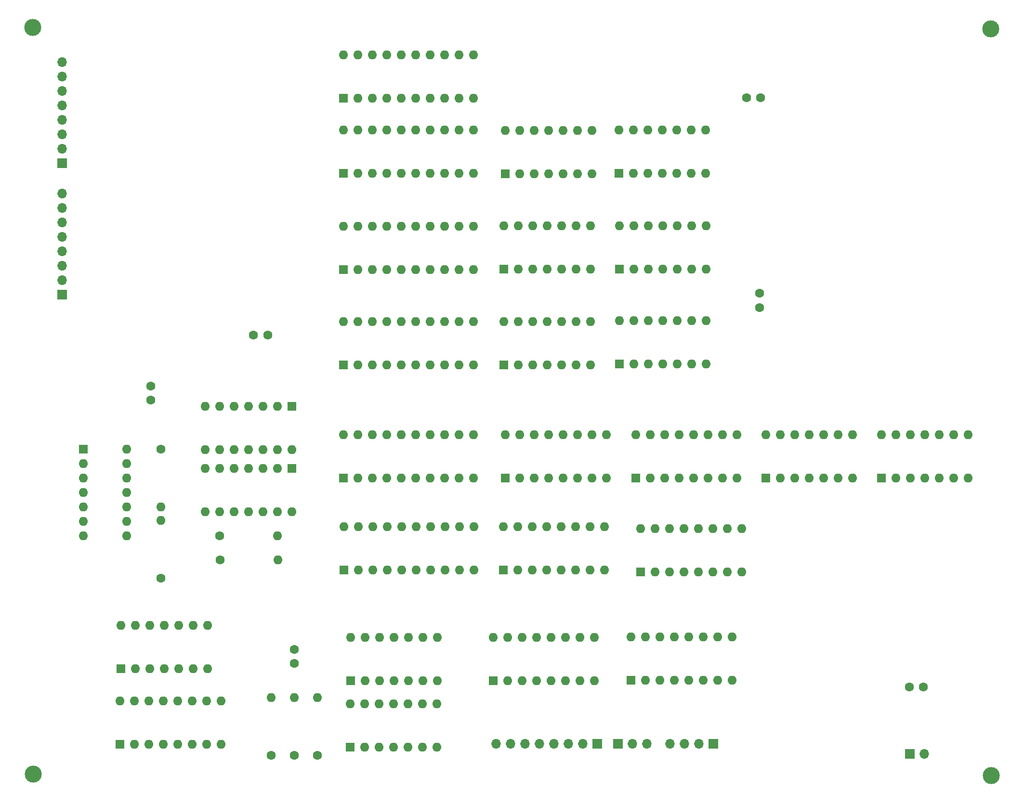
<source format=gbr>
%TF.GenerationSoftware,KiCad,Pcbnew,(5.1.9-0-10_14)*%
%TF.CreationDate,2021-04-21T01:18:25-04:00*%
%TF.ProjectId,ALU,414c552e-6b69-4636-9164-5f7063625858,rev?*%
%TF.SameCoordinates,Original*%
%TF.FileFunction,Soldermask,Top*%
%TF.FilePolarity,Negative*%
%FSLAX46Y46*%
G04 Gerber Fmt 4.6, Leading zero omitted, Abs format (unit mm)*
G04 Created by KiCad (PCBNEW (5.1.9-0-10_14)) date 2021-04-21 01:18:25*
%MOMM*%
%LPD*%
G01*
G04 APERTURE LIST*
%ADD10O,1.700000X1.700000*%
%ADD11R,1.700000X1.700000*%
%ADD12C,3.000000*%
%ADD13O,1.600000X1.600000*%
%ADD14R,1.600000X1.600000*%
%ADD15C,1.600000*%
G04 APERTURE END LIST*
D10*
%TO.C,J6*%
X152336500Y-148971000D03*
X154876500Y-148971000D03*
X157416500Y-148971000D03*
D11*
X159956500Y-148971000D03*
%TD*%
D12*
%TO.C,REF\u002A\u002A*%
X208851500Y-154495500D03*
%TD*%
%TO.C,REF\u002A\u002A*%
X208788000Y-23241000D03*
%TD*%
%TO.C,REF\u002A\u002A*%
X40449500Y-154241500D03*
%TD*%
%TO.C,REF\u002A\u002A*%
X40386000Y-22987000D03*
%TD*%
D13*
%TO.C,U19*%
X96139000Y-141922500D03*
X111379000Y-149542500D03*
X98679000Y-141922500D03*
X108839000Y-149542500D03*
X101219000Y-141922500D03*
X106299000Y-149542500D03*
X103759000Y-141922500D03*
X103759000Y-149542500D03*
X106299000Y-141922500D03*
X101219000Y-149542500D03*
X108839000Y-141922500D03*
X98679000Y-149542500D03*
X111379000Y-141922500D03*
D14*
X96139000Y-149542500D03*
%TD*%
D13*
%TO.C,U27*%
X55816500Y-128079500D03*
X71056500Y-135699500D03*
X58356500Y-128079500D03*
X68516500Y-135699500D03*
X60896500Y-128079500D03*
X65976500Y-135699500D03*
X63436500Y-128079500D03*
X63436500Y-135699500D03*
X65976500Y-128079500D03*
X60896500Y-135699500D03*
X68516500Y-128079500D03*
X58356500Y-135699500D03*
X71056500Y-128079500D03*
D14*
X55816500Y-135699500D03*
%TD*%
D13*
%TO.C,U26*%
X55689500Y-141414500D03*
X73469500Y-149034500D03*
X58229500Y-141414500D03*
X70929500Y-149034500D03*
X60769500Y-141414500D03*
X68389500Y-149034500D03*
X63309500Y-141414500D03*
X65849500Y-149034500D03*
X65849500Y-141414500D03*
X63309500Y-149034500D03*
X68389500Y-141414500D03*
X60769500Y-149034500D03*
X70929500Y-141414500D03*
X58229500Y-149034500D03*
X73469500Y-141414500D03*
D14*
X55689500Y-149034500D03*
%TD*%
D13*
%TO.C,U4*%
X85915500Y-97218500D03*
X70675500Y-89598500D03*
X83375500Y-97218500D03*
X73215500Y-89598500D03*
X80835500Y-97218500D03*
X75755500Y-89598500D03*
X78295500Y-97218500D03*
X78295500Y-89598500D03*
X75755500Y-97218500D03*
X80835500Y-89598500D03*
X73215500Y-97218500D03*
X83375500Y-89598500D03*
X70675500Y-97218500D03*
D14*
X85915500Y-89598500D03*
%TD*%
D13*
%TO.C,U11*%
X85915500Y-108132000D03*
X70675500Y-100512000D03*
X83375500Y-108132000D03*
X73215500Y-100512000D03*
X80835500Y-108132000D03*
X75755500Y-100512000D03*
X78295500Y-108132000D03*
X78295500Y-100512000D03*
X75755500Y-108132000D03*
X80835500Y-100512000D03*
X73215500Y-108132000D03*
X83375500Y-100512000D03*
X70675500Y-108132000D03*
D14*
X85915500Y-100512000D03*
%TD*%
D13*
%TO.C,U25*%
X56891000Y-97141500D03*
X49271000Y-112381500D03*
X56891000Y-99681500D03*
X49271000Y-109841500D03*
X56891000Y-102221500D03*
X49271000Y-107301500D03*
X56891000Y-104761500D03*
X49271000Y-104761500D03*
X56891000Y-107301500D03*
X49271000Y-102221500D03*
X56891000Y-109841500D03*
X49271000Y-99681500D03*
X56891000Y-112381500D03*
D14*
X49271000Y-97141500D03*
%TD*%
D13*
%TO.C,R12*%
X62865000Y-109664500D03*
D15*
X62865000Y-119824500D03*
%TD*%
D13*
%TO.C,R11*%
X62865000Y-107251500D03*
D15*
X62865000Y-97091500D03*
%TD*%
D13*
%TO.C,R10*%
X83439000Y-116586000D03*
D15*
X73279000Y-116586000D03*
%TD*%
D13*
%TO.C,R9*%
X83375500Y-112395000D03*
D15*
X73215500Y-112395000D03*
%TD*%
D10*
%TO.C,J4*%
X148272500Y-148971000D03*
X145732500Y-148971000D03*
D11*
X143192500Y-148971000D03*
%TD*%
D10*
%TO.C,J5*%
X197104000Y-150685500D03*
D11*
X194564000Y-150685500D03*
%TD*%
D10*
%TO.C,J3*%
X121793000Y-148971000D03*
X124333000Y-148971000D03*
X126873000Y-148971000D03*
X129413000Y-148971000D03*
X131953000Y-148971000D03*
X134493000Y-148971000D03*
X137033000Y-148971000D03*
D11*
X139573000Y-148971000D03*
%TD*%
D10*
%TO.C,J2*%
X45529500Y-52133500D03*
X45529500Y-54673500D03*
X45529500Y-57213500D03*
X45529500Y-59753500D03*
X45529500Y-62293500D03*
X45529500Y-64833500D03*
X45529500Y-67373500D03*
D11*
X45529500Y-69913500D03*
%TD*%
D10*
%TO.C,J1*%
X45529500Y-29083000D03*
X45529500Y-31623000D03*
X45529500Y-34163000D03*
X45529500Y-36703000D03*
X45529500Y-39243000D03*
X45529500Y-41783000D03*
X45529500Y-44323000D03*
D11*
X45529500Y-46863000D03*
%TD*%
D13*
%TO.C,U24*%
X95059500Y-110744000D03*
X117919500Y-118364000D03*
X97599500Y-110744000D03*
X115379500Y-118364000D03*
X100139500Y-110744000D03*
X112839500Y-118364000D03*
X102679500Y-110744000D03*
X110299500Y-118364000D03*
X105219500Y-110744000D03*
X107759500Y-118364000D03*
X107759500Y-110744000D03*
X105219500Y-118364000D03*
X110299500Y-110744000D03*
X102679500Y-118364000D03*
X112839500Y-110744000D03*
X100139500Y-118364000D03*
X115379500Y-110744000D03*
X97599500Y-118364000D03*
X117919500Y-110744000D03*
D14*
X95059500Y-118364000D03*
%TD*%
D13*
%TO.C,U23*%
X169227500Y-94551500D03*
X184467500Y-102171500D03*
X171767500Y-94551500D03*
X181927500Y-102171500D03*
X174307500Y-94551500D03*
X179387500Y-102171500D03*
X176847500Y-94551500D03*
X176847500Y-102171500D03*
X179387500Y-94551500D03*
X174307500Y-102171500D03*
X181927500Y-94551500D03*
X171767500Y-102171500D03*
X184467500Y-94551500D03*
D14*
X169227500Y-102171500D03*
%TD*%
D13*
%TO.C,U22*%
X123063000Y-110744000D03*
X140843000Y-118364000D03*
X125603000Y-110744000D03*
X138303000Y-118364000D03*
X128143000Y-110744000D03*
X135763000Y-118364000D03*
X130683000Y-110744000D03*
X133223000Y-118364000D03*
X133223000Y-110744000D03*
X130683000Y-118364000D03*
X135763000Y-110744000D03*
X128143000Y-118364000D03*
X138303000Y-110744000D03*
X125603000Y-118364000D03*
X140843000Y-110744000D03*
D14*
X123063000Y-118364000D03*
%TD*%
D13*
%TO.C,U21*%
X189547500Y-94615000D03*
X204787500Y-102235000D03*
X192087500Y-94615000D03*
X202247500Y-102235000D03*
X194627500Y-94615000D03*
X199707500Y-102235000D03*
X197167500Y-94615000D03*
X197167500Y-102235000D03*
X199707500Y-94615000D03*
X194627500Y-102235000D03*
X202247500Y-94615000D03*
X192087500Y-102235000D03*
X204787500Y-94615000D03*
D14*
X189547500Y-102235000D03*
%TD*%
D13*
%TO.C,U20*%
X145478500Y-130175000D03*
X163258500Y-137795000D03*
X148018500Y-130175000D03*
X160718500Y-137795000D03*
X150558500Y-130175000D03*
X158178500Y-137795000D03*
X153098500Y-130175000D03*
X155638500Y-137795000D03*
X155638500Y-130175000D03*
X153098500Y-137795000D03*
X158178500Y-130175000D03*
X150558500Y-137795000D03*
X160718500Y-130175000D03*
X148018500Y-137795000D03*
X163258500Y-130175000D03*
D14*
X145478500Y-137795000D03*
%TD*%
D13*
%TO.C,U18*%
X147193000Y-111061500D03*
X164973000Y-118681500D03*
X149733000Y-111061500D03*
X162433000Y-118681500D03*
X152273000Y-111061500D03*
X159893000Y-118681500D03*
X154813000Y-111061500D03*
X157353000Y-118681500D03*
X157353000Y-111061500D03*
X154813000Y-118681500D03*
X159893000Y-111061500D03*
X152273000Y-118681500D03*
X162433000Y-111061500D03*
X149733000Y-118681500D03*
X164973000Y-111061500D03*
D14*
X147193000Y-118681500D03*
%TD*%
D13*
%TO.C,U17*%
X123444000Y-94615000D03*
X141224000Y-102235000D03*
X125984000Y-94615000D03*
X138684000Y-102235000D03*
X128524000Y-94615000D03*
X136144000Y-102235000D03*
X131064000Y-94615000D03*
X133604000Y-102235000D03*
X133604000Y-94615000D03*
X131064000Y-102235000D03*
X136144000Y-94615000D03*
X128524000Y-102235000D03*
X138684000Y-94615000D03*
X125984000Y-102235000D03*
X141224000Y-94615000D03*
D14*
X123444000Y-102235000D03*
%TD*%
D13*
%TO.C,U16*%
X121285000Y-130238500D03*
X139065000Y-137858500D03*
X123825000Y-130238500D03*
X136525000Y-137858500D03*
X126365000Y-130238500D03*
X133985000Y-137858500D03*
X128905000Y-130238500D03*
X131445000Y-137858500D03*
X131445000Y-130238500D03*
X128905000Y-137858500D03*
X133985000Y-130238500D03*
X126365000Y-137858500D03*
X136525000Y-130238500D03*
X123825000Y-137858500D03*
X139065000Y-130238500D03*
D14*
X121285000Y-137858500D03*
%TD*%
D13*
%TO.C,U15*%
X146367500Y-94551500D03*
X164147500Y-102171500D03*
X148907500Y-94551500D03*
X161607500Y-102171500D03*
X151447500Y-94551500D03*
X159067500Y-102171500D03*
X153987500Y-94551500D03*
X156527500Y-102171500D03*
X156527500Y-94551500D03*
X153987500Y-102171500D03*
X159067500Y-94551500D03*
X151447500Y-102171500D03*
X161607500Y-94551500D03*
X148907500Y-102171500D03*
X164147500Y-94551500D03*
D14*
X146367500Y-102171500D03*
%TD*%
D13*
%TO.C,U14*%
X94996000Y-94615000D03*
X117856000Y-102235000D03*
X97536000Y-94615000D03*
X115316000Y-102235000D03*
X100076000Y-94615000D03*
X112776000Y-102235000D03*
X102616000Y-94615000D03*
X110236000Y-102235000D03*
X105156000Y-94615000D03*
X107696000Y-102235000D03*
X107696000Y-94615000D03*
X105156000Y-102235000D03*
X110236000Y-94615000D03*
X102616000Y-102235000D03*
X112776000Y-94615000D03*
X100076000Y-102235000D03*
X115316000Y-94615000D03*
X97536000Y-102235000D03*
X117856000Y-94615000D03*
D14*
X94996000Y-102235000D03*
%TD*%
D13*
%TO.C,U13*%
X94932500Y-27813000D03*
X117792500Y-35433000D03*
X97472500Y-27813000D03*
X115252500Y-35433000D03*
X100012500Y-27813000D03*
X112712500Y-35433000D03*
X102552500Y-27813000D03*
X110172500Y-35433000D03*
X105092500Y-27813000D03*
X107632500Y-35433000D03*
X107632500Y-27813000D03*
X105092500Y-35433000D03*
X110172500Y-27813000D03*
X102552500Y-35433000D03*
X112712500Y-27813000D03*
X100012500Y-35433000D03*
X115252500Y-27813000D03*
X97472500Y-35433000D03*
X117792500Y-27813000D03*
D14*
X94932500Y-35433000D03*
%TD*%
D13*
%TO.C,U12*%
X96266000Y-130238500D03*
X111506000Y-137858500D03*
X98806000Y-130238500D03*
X108966000Y-137858500D03*
X101346000Y-130238500D03*
X106426000Y-137858500D03*
X103886000Y-130238500D03*
X103886000Y-137858500D03*
X106426000Y-130238500D03*
X101346000Y-137858500D03*
X108966000Y-130238500D03*
X98806000Y-137858500D03*
X111506000Y-130238500D03*
D14*
X96266000Y-137858500D03*
%TD*%
D13*
%TO.C,U10*%
X123190000Y-57848500D03*
X138430000Y-65468500D03*
X125730000Y-57848500D03*
X135890000Y-65468500D03*
X128270000Y-57848500D03*
X133350000Y-65468500D03*
X130810000Y-57848500D03*
X130810000Y-65468500D03*
X133350000Y-57848500D03*
X128270000Y-65468500D03*
X135890000Y-57848500D03*
X125730000Y-65468500D03*
X138430000Y-57848500D03*
D14*
X123190000Y-65468500D03*
%TD*%
D13*
%TO.C,U9*%
X123190000Y-74676000D03*
X138430000Y-82296000D03*
X125730000Y-74676000D03*
X135890000Y-82296000D03*
X128270000Y-74676000D03*
X133350000Y-82296000D03*
X130810000Y-74676000D03*
X130810000Y-82296000D03*
X133350000Y-74676000D03*
X128270000Y-82296000D03*
X135890000Y-74676000D03*
X125730000Y-82296000D03*
X138430000Y-74676000D03*
D14*
X123190000Y-82296000D03*
%TD*%
D13*
%TO.C,U8*%
X94996000Y-57912000D03*
X117856000Y-65532000D03*
X97536000Y-57912000D03*
X115316000Y-65532000D03*
X100076000Y-57912000D03*
X112776000Y-65532000D03*
X102616000Y-57912000D03*
X110236000Y-65532000D03*
X105156000Y-57912000D03*
X107696000Y-65532000D03*
X107696000Y-57912000D03*
X105156000Y-65532000D03*
X110236000Y-57912000D03*
X102616000Y-65532000D03*
X112776000Y-57912000D03*
X100076000Y-65532000D03*
X115316000Y-57912000D03*
X97536000Y-65532000D03*
X117856000Y-57912000D03*
D14*
X94996000Y-65532000D03*
%TD*%
D13*
%TO.C,U7*%
X123444000Y-41084500D03*
X138684000Y-48704500D03*
X125984000Y-41084500D03*
X136144000Y-48704500D03*
X128524000Y-41084500D03*
X133604000Y-48704500D03*
X131064000Y-41084500D03*
X131064000Y-48704500D03*
X133604000Y-41084500D03*
X128524000Y-48704500D03*
X136144000Y-41084500D03*
X125984000Y-48704500D03*
X138684000Y-41084500D03*
D14*
X123444000Y-48704500D03*
%TD*%
D13*
%TO.C,U6*%
X94996000Y-74676000D03*
X117856000Y-82296000D03*
X97536000Y-74676000D03*
X115316000Y-82296000D03*
X100076000Y-74676000D03*
X112776000Y-82296000D03*
X102616000Y-74676000D03*
X110236000Y-82296000D03*
X105156000Y-74676000D03*
X107696000Y-82296000D03*
X107696000Y-74676000D03*
X105156000Y-82296000D03*
X110236000Y-74676000D03*
X102616000Y-82296000D03*
X112776000Y-74676000D03*
X100076000Y-82296000D03*
X115316000Y-74676000D03*
X97536000Y-82296000D03*
X117856000Y-74676000D03*
D14*
X94996000Y-82296000D03*
%TD*%
D13*
%TO.C,U5*%
X94996000Y-41021000D03*
X117856000Y-48641000D03*
X97536000Y-41021000D03*
X115316000Y-48641000D03*
X100076000Y-41021000D03*
X112776000Y-48641000D03*
X102616000Y-41021000D03*
X110236000Y-48641000D03*
X105156000Y-41021000D03*
X107696000Y-48641000D03*
X107696000Y-41021000D03*
X105156000Y-48641000D03*
X110236000Y-41021000D03*
X102616000Y-48641000D03*
X112776000Y-41021000D03*
X100076000Y-48641000D03*
X115316000Y-41021000D03*
X97536000Y-48641000D03*
X117856000Y-41021000D03*
D14*
X94996000Y-48641000D03*
%TD*%
D13*
%TO.C,U3*%
X143446500Y-74549000D03*
X158686500Y-82169000D03*
X145986500Y-74549000D03*
X156146500Y-82169000D03*
X148526500Y-74549000D03*
X153606500Y-82169000D03*
X151066500Y-74549000D03*
X151066500Y-82169000D03*
X153606500Y-74549000D03*
X148526500Y-82169000D03*
X156146500Y-74549000D03*
X145986500Y-82169000D03*
X158686500Y-74549000D03*
D14*
X143446500Y-82169000D03*
%TD*%
D13*
%TO.C,U2*%
X143446500Y-57848500D03*
X158686500Y-65468500D03*
X145986500Y-57848500D03*
X156146500Y-65468500D03*
X148526500Y-57848500D03*
X153606500Y-65468500D03*
X151066500Y-57848500D03*
X151066500Y-65468500D03*
X153606500Y-57848500D03*
X148526500Y-65468500D03*
X156146500Y-57848500D03*
X145986500Y-65468500D03*
X158686500Y-57848500D03*
D14*
X143446500Y-65468500D03*
%TD*%
D13*
%TO.C,U1*%
X143383000Y-41021000D03*
X158623000Y-48641000D03*
X145923000Y-41021000D03*
X156083000Y-48641000D03*
X148463000Y-41021000D03*
X153543000Y-48641000D03*
X151003000Y-41021000D03*
X151003000Y-48641000D03*
X153543000Y-41021000D03*
X148463000Y-48641000D03*
X156083000Y-41021000D03*
X145923000Y-48641000D03*
X158623000Y-41021000D03*
D14*
X143383000Y-48641000D03*
%TD*%
D13*
%TO.C,R8*%
X86296500Y-140779500D03*
D15*
X86296500Y-150939500D03*
%TD*%
D13*
%TO.C,R7*%
X90360500Y-140779500D03*
D15*
X90360500Y-150939500D03*
%TD*%
D13*
%TO.C,R6*%
X82232500Y-140779500D03*
D15*
X82232500Y-150939500D03*
%TD*%
%TO.C,C7*%
X81666500Y-77046000D03*
X79166500Y-77046000D03*
%TD*%
%TO.C,C6*%
X168298500Y-35306000D03*
X165798500Y-35306000D03*
%TD*%
%TO.C,C5*%
X86360000Y-132310500D03*
X86360000Y-134810500D03*
%TD*%
%TO.C,C4*%
X168084500Y-72223000D03*
X168084500Y-69723000D03*
%TD*%
%TO.C,C2*%
X61087000Y-86019000D03*
X61087000Y-88519000D03*
%TD*%
%TO.C,C1*%
X194413500Y-138938000D03*
X196913500Y-138938000D03*
%TD*%
M02*

</source>
